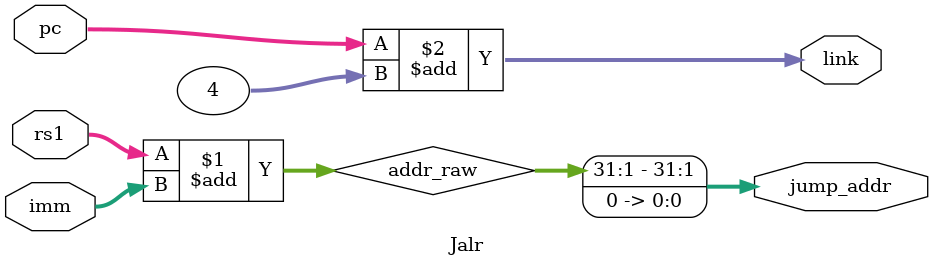
<source format=v>

module Jalr (
    input  wire [31:0] pc,        // PC atual
    input  wire [31:0] rs1,       // Registrador base
    input  wire [31:0] imm,       // Offset imediato (sign-extend)
    output wire [31:0] jump_addr, // Endereço do salto: (rs1 + imm) & ~1
    output wire [31:0] link       // Valor a ser salvo em rd: pc + 4
);

    wire [31:0] addr_raw;

    assign addr_raw = rs1 + imm;
    assign jump_addr = {addr_raw[31:1], 1'b0}; // Clear bit 0 para alinhamento
    assign link = pc + 32'd4;

endmodule

</source>
